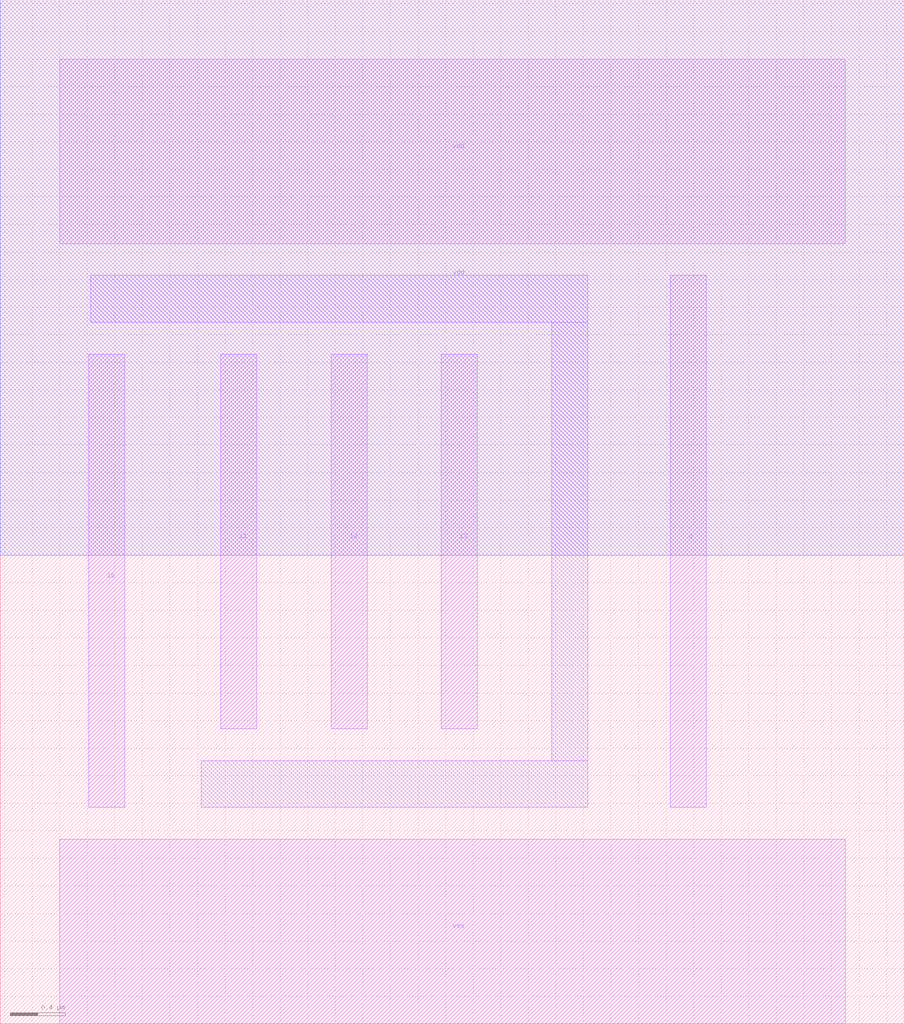
<source format=lef>
VERSION 5.7 ;
  NOWIREEXTENSIONATPIN ON ;
  DIVIDERCHAR "/" ;
  BUSBITCHARS "[]" ;
MACRO or4_x1
  CLASS BLOCK ;
  FOREIGN or4_x1 ;
  ORIGIN 0.430 0.000 ;
  SIZE 6.560 BY 7.430 ;
  PIN vss
    ANTENNADIFFAREA 3.885000 ;
    PORT
      LAYER Metal1 ;
        RECT 0.000 0.000 5.700 1.340 ;
    END
  END vss
  PIN vdd
    ANTENNADIFFAREA 3.128200 ;
    PORT
      LAYER Nwell ;
        RECT -0.430 3.400 6.130 7.430 ;
      LAYER Metal1 ;
        RECT 0.000 5.660 5.700 7.000 ;
    END
  END vdd
  PIN i0
    ANTENNAGATEAREA 0.492800 ;
    PORT
      LAYER Metal1 ;
        RECT 0.210 1.570 0.470 4.860 ;
    END
  END i0
  PIN i1
    ANTENNAGATEAREA 0.492800 ;
    PORT
      LAYER Metal1 ;
        RECT 1.170 2.140 1.430 4.860 ;
    END
  END i1
  PIN i2
    ANTENNAGATEAREA 0.492800 ;
    PORT
      LAYER Metal1 ;
        RECT 1.970 2.140 2.230 4.860 ;
    END
  END i2
  PIN i3
    ANTENNAGATEAREA 0.492800 ;
    PORT
      LAYER Metal1 ;
        RECT 2.770 2.140 3.030 4.860 ;
    END
  END i3
  PIN q
    ANTENNADIFFAREA 1.738000 ;
    PORT
      LAYER Metal1 ;
        RECT 4.430 1.570 4.690 5.430 ;
    END
  END q
  OBS
      LAYER Metal1 ;
        RECT 0.225 5.090 3.830 5.430 ;
        RECT 3.570 1.910 3.830 5.090 ;
        RECT 1.025 1.570 3.830 1.910 ;
  END
END or4_x1
END LIBRARY


</source>
